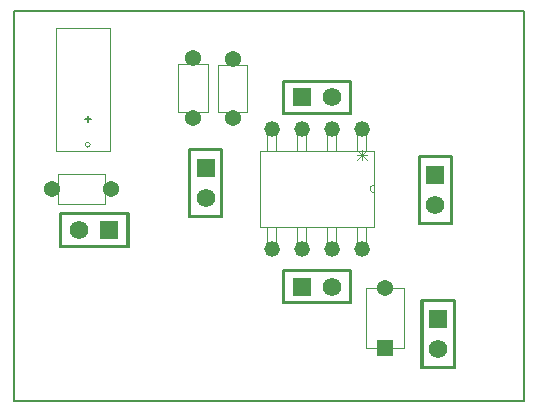
<source format=gts>
G04*
G04 #@! TF.GenerationSoftware,Altium Limited,Altium Designer,21.0.8 (223)*
G04*
G04 Layer_Color=8388736*
%FSLAX25Y25*%
%MOIN*%
G70*
G04*
G04 #@! TF.SameCoordinates,E7718C12-BC85-45C8-BBF6-CE0E0CA18016*
G04*
G04*
G04 #@! TF.FilePolarity,Negative*
G04*
G01*
G75*
%ADD10C,0.00600*%
%ADD12C,0.00787*%
%ADD14C,0.00300*%
%ADD15C,0.00000*%
%ADD16C,0.00100*%
%ADD17C,0.05400*%
%ADD18C,0.06181*%
%ADD19R,0.06181X0.06181*%
%ADD20C,0.05200*%
%ADD21R,0.06181X0.06181*%
%ADD22R,0.05400X0.05400*%
D10*
X153600Y233900D02*
X155600D01*
X154600Y232900D02*
Y234900D01*
D12*
X130000Y140000D02*
Y270000D01*
Y140000D02*
X300000D01*
Y270000D01*
X130000D02*
X300000D01*
X167784Y191803D02*
Y202197D01*
X145816D02*
X167784D01*
X145816Y191803D02*
Y202197D01*
Y191803D02*
X167784D01*
X275697Y199416D02*
Y221384D01*
X265303Y199416D02*
X275697D01*
X265303D02*
Y221384D01*
X275697D01*
X188703Y223584D02*
X199097D01*
X188703Y201616D02*
Y223584D01*
Y201616D02*
X199097D01*
Y223584D01*
X219916Y172903D02*
Y183297D01*
Y172903D02*
X241884D01*
Y183297D01*
X219916D02*
X241884D01*
X266203Y173284D02*
X276597D01*
X266203Y151316D02*
Y173284D01*
Y151316D02*
X276597D01*
Y173284D01*
X219916Y246397D02*
X241884D01*
Y236003D02*
Y246397D01*
X219916Y236003D02*
X241884D01*
X219916D02*
Y246397D01*
X168178Y191409D02*
Y202591D01*
X145422D02*
X168178D01*
X145422Y191409D02*
Y202591D01*
Y191409D02*
X168178D01*
X276091Y199022D02*
Y221778D01*
X264910Y199022D02*
X276091D01*
X264910D02*
Y221778D01*
X276091D01*
X188309Y223978D02*
X199491D01*
X188309Y201222D02*
Y223978D01*
Y201222D02*
X199491D01*
Y223978D01*
X219522Y172509D02*
Y183691D01*
Y172509D02*
X242278D01*
Y183691D01*
X219522D02*
X242278D01*
X265809Y173678D02*
X276991D01*
X265809Y150922D02*
Y173678D01*
Y150922D02*
X276991D01*
Y173678D01*
X219522Y246791D02*
X242278D01*
Y235610D02*
Y246791D01*
X219522Y235610D02*
X242278D01*
X219522D02*
Y246791D01*
D14*
X247565Y223550D02*
X244233Y220218D01*
Y223550D02*
X247565Y220218D01*
X245899Y223550D02*
Y220218D01*
X244233Y221884D02*
X247565D01*
D15*
X155400Y225400D02*
G03*
X155400Y225400I-800J0D01*
G01*
X249900Y211900D02*
G03*
X249900Y209500I0J-1200D01*
G01*
D16*
X143850Y223400D02*
X161950D01*
X143850D02*
Y264400D01*
X161950D01*
Y223400D02*
Y264400D01*
X184800Y236492D02*
X194600D01*
X184800Y252192D02*
X194600D01*
Y236492D02*
Y252192D01*
X184800Y236492D02*
Y252192D01*
X198000Y236392D02*
X207800D01*
X198000Y252093D02*
X207800D01*
Y236392D02*
Y252093D01*
X198000Y236392D02*
Y252093D01*
X144607Y205800D02*
Y215600D01*
X160308Y205800D02*
Y215600D01*
X144607Y205800D02*
X160308D01*
X144607Y215600D02*
X160308D01*
X211900Y223300D02*
X249900D01*
Y198100D02*
Y223300D01*
X211900Y198100D02*
X249900D01*
X211900D02*
Y223300D01*
X247500Y189100D02*
Y198100D01*
X244300Y189100D02*
X247500D01*
X244300D02*
Y198100D01*
X247500D01*
X237500Y189100D02*
Y198100D01*
X234300Y189100D02*
X237500D01*
X234300D02*
Y198100D01*
X237500D01*
X227500Y189100D02*
Y198100D01*
X224300Y189100D02*
X227500D01*
X224300D02*
Y198100D01*
X227500D01*
X217500Y189100D02*
Y198100D01*
X214300Y189100D02*
X217500D01*
X214300D02*
Y198100D01*
X217500D01*
X214300Y223300D02*
Y232300D01*
X217500D01*
Y223300D02*
Y232300D01*
X214300Y223300D02*
X217500D01*
X224300D02*
Y232300D01*
X227500D01*
Y223300D02*
Y232300D01*
X224300Y223300D02*
X227500D01*
X234300D02*
Y232300D01*
X237500D01*
Y223300D02*
Y232300D01*
X234300Y223300D02*
X237500D01*
X244300D02*
Y232300D01*
X247500D01*
Y223300D02*
Y232300D01*
X244300Y223300D02*
X247500D01*
X247450Y157600D02*
X259950D01*
X247450D02*
Y177600D01*
X259950D01*
Y157600D02*
Y177600D01*
D17*
X189700Y254185D02*
D03*
Y234500D02*
D03*
X202900Y254085D02*
D03*
Y234400D02*
D03*
X162300Y210700D02*
D03*
X142615D02*
D03*
X253700Y177600D02*
D03*
D18*
X151800Y197000D02*
D03*
X270500Y205400D02*
D03*
X193900Y207600D02*
D03*
X235900Y178100D02*
D03*
X271400Y157300D02*
D03*
X235900Y241200D02*
D03*
D19*
X161800Y197000D02*
D03*
X225900Y178100D02*
D03*
Y241200D02*
D03*
D20*
X245900Y190700D02*
D03*
X235900D02*
D03*
X225900D02*
D03*
X215900D02*
D03*
Y230700D02*
D03*
X225900D02*
D03*
X235900D02*
D03*
X245900D02*
D03*
D21*
X270500Y215400D02*
D03*
X193900Y217600D02*
D03*
X271400Y167300D02*
D03*
D22*
X253700Y157600D02*
D03*
M02*

</source>
